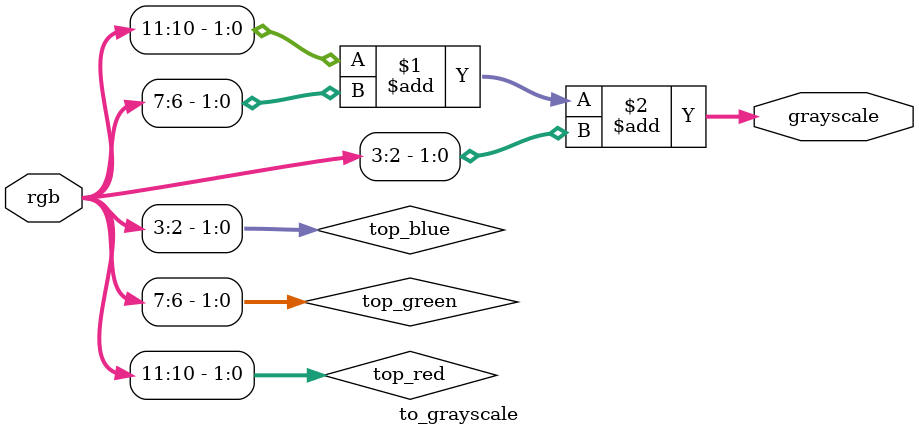
<source format=v>
module to_grayscale(
    input [11:0] rgb, // 12-bit RGB input
    output wire [3:0] grayscale
);

    // Extract the top two bits of each color component from the 12-bit input
    wire [1:0] top_red = rgb[11:10];   // Extracts bits 11 and 10 for red
    wire [1:0] top_green = rgb[7:6];   // Extracts bits 7 and 6 for green
    wire [1:0] top_blue = rgb[3:2];    // Extracts bits 3 and 2 for blue

    // Use continuous assignment to calculate grayscale output
    assign grayscale = top_red + top_green + top_blue;

endmodule
</source>
